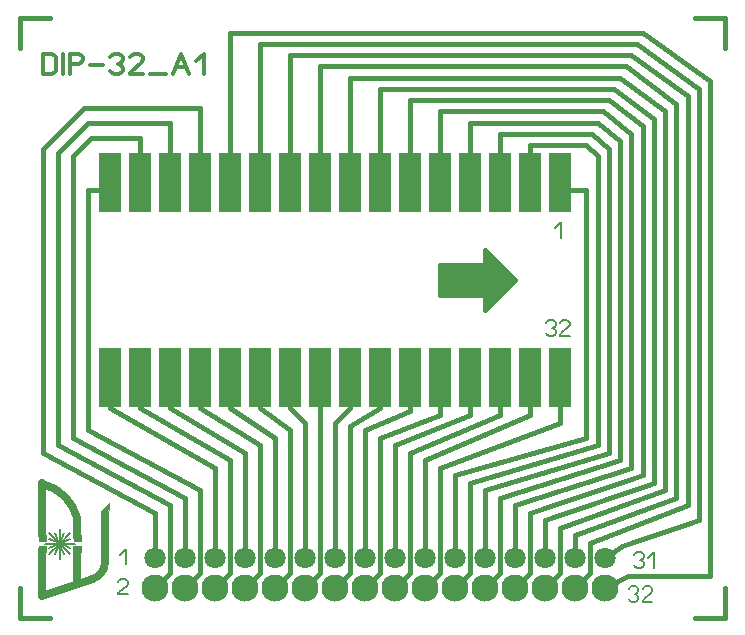
<source format=gbr>
%FSLAX32Y32*%
%MOMM*%
%LNKUPFERSEITE1*%
G71*
G01*
%ADD10C, 1.90*%
%ADD11C, 1.80*%
%ADD12C, 2.30*%
%ADD13C, 0.40*%
%ADD14C, 0.17*%
%ADD15C, 0.70*%
%ADD16C, 0.10*%
%ADD17C, 0.18*%
%ADD18C, 0.15*%
%ADD19C, 0.70*%
%ADD20C, 0.32*%
%LPD*%
X4825Y3722D02*
G54D10*
D03*
X4571Y3722D02*
G54D10*
D03*
X4317Y3722D02*
G54D10*
D03*
X4063Y3722D02*
G54D10*
D03*
X3809Y3722D02*
G54D10*
D03*
X3555Y3722D02*
G54D10*
D03*
X3301Y3722D02*
G54D10*
D03*
X3047Y3722D02*
G54D10*
D03*
X2793Y3722D02*
G54D10*
D03*
X2539Y3722D02*
G54D10*
D03*
X2285Y3722D02*
G54D10*
D03*
X2031Y3722D02*
G54D10*
D03*
X1777Y3722D02*
G54D10*
D03*
X1523Y3722D02*
G54D10*
D03*
X1269Y3722D02*
G54D10*
D03*
X1015Y3722D02*
G54D10*
D03*
X4825Y2325D02*
G54D10*
D03*
X4571Y2325D02*
G54D10*
D03*
X4317Y2325D02*
G54D10*
D03*
X4063Y2325D02*
G54D10*
D03*
X3809Y2325D02*
G54D10*
D03*
X3555Y2325D02*
G54D10*
D03*
X3301Y2325D02*
G54D10*
D03*
X3047Y2325D02*
G54D10*
D03*
X2793Y2325D02*
G54D10*
D03*
X2539Y2325D02*
G54D10*
D03*
X2285Y2325D02*
G54D10*
D03*
X2031Y2325D02*
G54D10*
D03*
X1777Y2325D02*
G54D10*
D03*
X1523Y2325D02*
G54D10*
D03*
X1269Y2325D02*
G54D10*
D03*
X1015Y2325D02*
G54D10*
D03*
X5206Y674D02*
G54D11*
D03*
X4952Y674D02*
G54D11*
D03*
X4698Y674D02*
G54D11*
D03*
X4444Y674D02*
G54D11*
D03*
X4190Y674D02*
G54D11*
D03*
X3936Y674D02*
G54D11*
D03*
X3682Y674D02*
G54D11*
D03*
X3428Y674D02*
G54D11*
D03*
X3174Y674D02*
G54D11*
D03*
X2920Y674D02*
G54D11*
D03*
X2666Y674D02*
G54D11*
D03*
X2412Y674D02*
G54D11*
D03*
X2158Y674D02*
G54D11*
D03*
X1904Y674D02*
G54D11*
D03*
X1650Y674D02*
G54D11*
D03*
X1396Y674D02*
G54D11*
D03*
X5206Y420D02*
G54D12*
D03*
X4952Y420D02*
G54D12*
D03*
X4698Y420D02*
G54D12*
D03*
X4444Y420D02*
G54D12*
D03*
X4190Y420D02*
G54D12*
D03*
X3936Y420D02*
G54D12*
D03*
X3682Y420D02*
G54D12*
D03*
X3428Y420D02*
G54D12*
D03*
X3174Y420D02*
G54D12*
D03*
X2920Y420D02*
G54D12*
D03*
X2666Y420D02*
G54D12*
D03*
X2412Y420D02*
G54D12*
D03*
X2158Y420D02*
G54D12*
D03*
X1904Y420D02*
G54D12*
D03*
X1650Y420D02*
G54D12*
D03*
X1396Y420D02*
G54D12*
D03*
G54D13*
X3174Y674D02*
X3174Y1754D01*
X3555Y1912D01*
X3555Y2008D01*
G54D13*
X2920Y420D02*
X3047Y547D01*
X3047Y1785D01*
X3301Y1944D01*
X3301Y2008D01*
G36*
X4915Y1948D02*
X4735Y1948D01*
X4735Y2448D01*
X4915Y2448D01*
X4915Y1948D01*
G37*
G36*
X4661Y1948D02*
X4481Y1948D01*
X4481Y2448D01*
X4661Y2448D01*
X4661Y1948D01*
G37*
G36*
X4407Y1948D02*
X4227Y1948D01*
X4227Y2448D01*
X4407Y2448D01*
X4407Y1948D01*
G37*
G36*
X4153Y1948D02*
X3973Y1948D01*
X3973Y2448D01*
X4153Y2448D01*
X4153Y1948D01*
G37*
G36*
X3899Y1948D02*
X3719Y1948D01*
X3719Y2448D01*
X3899Y2448D01*
X3899Y1948D01*
G37*
G36*
X3645Y1948D02*
X3465Y1948D01*
X3465Y2448D01*
X3645Y2448D01*
X3645Y1948D01*
G37*
G36*
X3391Y1948D02*
X3211Y1948D01*
X3211Y2448D01*
X3391Y2448D01*
X3391Y1948D01*
G37*
G36*
X3137Y1948D02*
X2957Y1948D01*
X2957Y2448D01*
X3137Y2448D01*
X3137Y1948D01*
G37*
G36*
X2883Y1948D02*
X2703Y1948D01*
X2703Y2448D01*
X2883Y2448D01*
X2883Y1948D01*
G37*
G36*
X2629Y1948D02*
X2449Y1948D01*
X2449Y2448D01*
X2629Y2448D01*
X2629Y1948D01*
G37*
G36*
X2375Y1948D02*
X2195Y1948D01*
X2195Y2448D01*
X2375Y2448D01*
X2375Y1948D01*
G37*
G36*
X2121Y1948D02*
X1941Y1948D01*
X1941Y2448D01*
X2121Y2448D01*
X2121Y1948D01*
G37*
G36*
X1867Y1948D02*
X1687Y1948D01*
X1687Y2448D01*
X1867Y2448D01*
X1867Y1948D01*
G37*
G36*
X1613Y1948D02*
X1433Y1948D01*
X1433Y2448D01*
X1613Y2448D01*
X1613Y1948D01*
G37*
G36*
X1359Y1948D02*
X1179Y1948D01*
X1179Y2448D01*
X1359Y2448D01*
X1359Y1948D01*
G37*
G36*
X1105Y1948D02*
X925Y1948D01*
X925Y2448D01*
X1105Y2448D01*
X1105Y1948D01*
G37*
G36*
X4915Y3599D02*
X4735Y3599D01*
X4735Y4099D01*
X4915Y4099D01*
X4915Y3599D01*
G37*
G36*
X4661Y3599D02*
X4481Y3599D01*
X4481Y4099D01*
X4661Y4099D01*
X4661Y3599D01*
G37*
G36*
X4407Y3599D02*
X4227Y3599D01*
X4227Y4099D01*
X4407Y4099D01*
X4407Y3599D01*
G37*
G36*
X4153Y3599D02*
X3973Y3599D01*
X3973Y4099D01*
X4153Y4099D01*
X4153Y3599D01*
G37*
G36*
X3899Y3599D02*
X3719Y3599D01*
X3719Y4099D01*
X3899Y4099D01*
X3899Y3599D01*
G37*
G36*
X3645Y3599D02*
X3465Y3599D01*
X3465Y4099D01*
X3645Y4099D01*
X3645Y3599D01*
G37*
G36*
X3391Y3599D02*
X3211Y3599D01*
X3211Y4099D01*
X3391Y4099D01*
X3391Y3599D01*
G37*
G36*
X3137Y3599D02*
X2957Y3599D01*
X2957Y4099D01*
X3137Y4099D01*
X3137Y3599D01*
G37*
G36*
X2883Y3599D02*
X2703Y3599D01*
X2703Y4099D01*
X2883Y4099D01*
X2883Y3599D01*
G37*
G36*
X2629Y3599D02*
X2449Y3599D01*
X2449Y4099D01*
X2629Y4099D01*
X2629Y3599D01*
G37*
G36*
X2375Y3599D02*
X2195Y3599D01*
X2195Y4099D01*
X2375Y4099D01*
X2375Y3599D01*
G37*
G36*
X2121Y3599D02*
X1941Y3599D01*
X1941Y4099D01*
X2121Y4099D01*
X2121Y3599D01*
G37*
G36*
X1867Y3599D02*
X1687Y3599D01*
X1687Y4099D01*
X1867Y4099D01*
X1867Y3599D01*
G37*
G36*
X1613Y3599D02*
X1433Y3599D01*
X1433Y4099D01*
X1613Y4099D01*
X1613Y3599D01*
G37*
G36*
X1359Y3599D02*
X1179Y3599D01*
X1179Y4099D01*
X1359Y4099D01*
X1359Y3599D01*
G37*
G36*
X1105Y3599D02*
X925Y3599D01*
X925Y4099D01*
X1105Y4099D01*
X1105Y3599D01*
G37*
G54D13*
X3174Y420D02*
X3301Y547D01*
X3301Y1690D01*
X3809Y1880D01*
X3809Y2008D01*
G54D13*
X3428Y674D02*
X3428Y1626D01*
X4063Y1880D01*
X4063Y2008D01*
G54D13*
X2920Y674D02*
X2920Y1817D01*
X3047Y1944D01*
X3047Y2008D01*
G54D13*
X2666Y420D02*
X2793Y547D01*
X2793Y1563D01*
X2793Y1817D01*
X2793Y2008D01*
G54D13*
X3428Y420D02*
X3555Y547D01*
X3555Y1563D01*
X4317Y1880D01*
X4317Y2008D01*
G54D13*
X2666Y674D02*
X2666Y1817D01*
X2539Y1944D01*
X2539Y2008D01*
G54D13*
X3682Y674D02*
X3682Y1500D01*
X4571Y1880D01*
X4571Y2008D01*
G54D13*
X3682Y420D02*
X3809Y547D01*
X3809Y1436D01*
X4825Y1817D01*
X4825Y2008D01*
G54D13*
X2412Y420D02*
X2539Y547D01*
X2539Y1754D01*
X2285Y1944D01*
X2285Y2008D01*
G54D13*
X2412Y674D02*
X2412Y1690D01*
X2031Y1944D01*
X2031Y2008D01*
G54D13*
X2158Y420D02*
X2285Y547D01*
X2285Y1626D01*
X1777Y1944D01*
X1777Y2008D01*
G54D13*
X2158Y674D02*
X2158Y1563D01*
X1523Y1944D01*
X1523Y2008D01*
G54D13*
X1904Y420D02*
X2031Y547D01*
X2031Y1500D01*
X1269Y1944D01*
X1269Y2008D01*
G54D13*
X1904Y674D02*
X1904Y1436D01*
X1015Y1944D01*
X1015Y2008D01*
G54D13*
X1650Y420D02*
X1777Y547D01*
X1777Y1246D01*
X824Y1754D01*
X824Y3786D01*
X1015Y3786D01*
G54D13*
X1650Y674D02*
X1650Y1182D01*
X698Y1690D01*
X698Y4071D01*
X856Y4230D01*
X1269Y4230D01*
X1269Y3976D01*
G54D13*
X1396Y420D02*
X1523Y547D01*
X1523Y1118D01*
X570Y1626D01*
X570Y4103D01*
X824Y4357D01*
X1523Y4357D01*
X1523Y3976D01*
G54D13*
X1396Y674D02*
X1396Y1055D01*
X444Y1563D01*
X444Y4135D01*
X793Y4484D01*
X1777Y4484D01*
X1777Y4040D01*
G54D13*
X3936Y674D02*
X3936Y1372D01*
X5047Y1690D01*
X5047Y3786D01*
X4825Y3786D01*
G54D13*
X3936Y420D02*
X4063Y547D01*
X4063Y1309D01*
X5142Y1626D01*
X5142Y4071D01*
X5047Y4166D01*
X4571Y4166D01*
X4571Y3976D01*
G54D13*
X4190Y674D02*
X4190Y1246D01*
X5238Y1563D01*
X5238Y4135D01*
X5095Y4262D01*
X4317Y4262D01*
X4317Y3912D01*
G54D13*
X4190Y420D02*
X4317Y547D01*
X4317Y1182D01*
X5333Y1500D01*
X5333Y4198D01*
X5142Y4357D01*
X4063Y4357D01*
X4063Y3912D01*
G54D13*
X4444Y674D02*
X4444Y1118D01*
X5428Y1436D01*
X5428Y4262D01*
X5190Y4452D01*
X3809Y4452D01*
X3809Y4040D01*
G54D13*
X4444Y420D02*
X4571Y547D01*
X4571Y1055D01*
X5524Y1372D01*
X5524Y4325D01*
X5238Y4548D01*
X3555Y4548D01*
X3555Y3976D01*
G54D13*
X4698Y674D02*
X4698Y992D01*
X5619Y1309D01*
X5619Y4389D01*
X5285Y4643D01*
X3301Y4643D01*
X3301Y3976D01*
G54D13*
X4698Y420D02*
X4825Y547D01*
X4825Y928D01*
X5714Y1246D01*
X5714Y4452D01*
X5333Y4738D01*
X3047Y4738D01*
X3047Y4040D01*
G54D13*
X4952Y674D02*
X4952Y864D01*
X5809Y1182D01*
X5809Y4516D01*
X5381Y4833D01*
X2793Y4833D01*
X2793Y4040D01*
G54D13*
X4952Y420D02*
X5079Y547D01*
X5079Y801D01*
X5904Y1118D01*
X5904Y4579D01*
X5428Y4928D01*
X2539Y4928D01*
X2539Y4040D01*
G54D13*
X5206Y674D02*
X5349Y769D01*
X6000Y992D01*
X6000Y4643D01*
X5476Y5024D01*
X2285Y5024D01*
X2285Y4040D01*
G54D13*
X5206Y420D02*
X5396Y515D01*
X6095Y515D01*
X6095Y4706D01*
X5524Y5119D01*
X2031Y5119D01*
X2031Y4040D01*
G54D14*
X5453Y692D02*
X5463Y708D01*
X5483Y717D01*
X5503Y717D01*
X5523Y708D01*
X5533Y692D01*
X5533Y675D01*
X5523Y658D01*
X5503Y650D01*
X5523Y642D01*
X5533Y625D01*
X5533Y608D01*
X5523Y592D01*
X5503Y584D01*
X5483Y584D01*
X5463Y592D01*
X5453Y608D01*
G54D14*
X5570Y667D02*
X5620Y717D01*
X5620Y584D01*
G54D14*
X5406Y406D02*
X5416Y423D01*
X5436Y431D01*
X5456Y431D01*
X5476Y423D01*
X5486Y406D01*
X5486Y389D01*
X5476Y373D01*
X5456Y364D01*
X5476Y356D01*
X5486Y339D01*
X5486Y323D01*
X5476Y306D01*
X5456Y298D01*
X5436Y298D01*
X5416Y306D01*
X5406Y323D01*
G54D14*
X5604Y298D02*
X5524Y298D01*
X5524Y306D01*
X5534Y323D01*
X5594Y373D01*
X5604Y389D01*
X5604Y406D01*
X5594Y423D01*
X5574Y431D01*
X5554Y431D01*
X5534Y423D01*
X5524Y406D01*
G54D14*
X1098Y699D02*
X1148Y749D01*
X1148Y615D01*
G54D14*
X1164Y361D02*
X1084Y361D01*
X1084Y370D01*
X1094Y386D01*
X1154Y436D01*
X1164Y453D01*
X1164Y470D01*
X1154Y486D01*
X1134Y495D01*
X1114Y495D01*
X1094Y486D01*
X1084Y470D01*
G54D14*
X4782Y3461D02*
X4832Y3511D01*
X4832Y3378D01*
G54D14*
X4708Y2660D02*
X4718Y2677D01*
X4738Y2685D01*
X4758Y2685D01*
X4778Y2677D01*
X4788Y2660D01*
X4788Y2644D01*
X4778Y2627D01*
X4758Y2619D01*
X4778Y2610D01*
X4788Y2594D01*
X4788Y2577D01*
X4778Y2560D01*
X4758Y2552D01*
X4738Y2552D01*
X4718Y2560D01*
X4708Y2577D01*
G54D14*
X4905Y2552D02*
X4825Y2552D01*
X4825Y2560D01*
X4835Y2577D01*
X4895Y2627D01*
X4905Y2644D01*
X4905Y2660D01*
X4895Y2677D01*
X4875Y2685D01*
X4855Y2685D01*
X4835Y2677D01*
X4825Y2660D01*
G54D15*
X441Y1303D02*
X441Y862D01*
G54D15*
G75*
G01X735Y1010D02*
G03X450Y1295I-389J-104D01*
G01*
G54D15*
X735Y1009D02*
X735Y858D01*
G54D15*
X441Y350D02*
X870Y493D01*
G54D15*
G75*
G01X861Y491D02*
G03X972Y636I-39J145D01*
G01*
G54D15*
X972Y1015D02*
X972Y626D01*
G36*
X1001Y1011D02*
X1002Y1138D01*
X941Y1065D01*
X942Y1012D01*
X1001Y1011D01*
G37*
G54D16*
X1001Y1011D02*
X1002Y1138D01*
X941Y1065D01*
X942Y1012D01*
X1001Y1011D01*
G54D17*
X462Y791D02*
X589Y791D01*
X716Y791D01*
G54D17*
X589Y791D02*
X589Y918D01*
G54D17*
X589Y791D02*
X589Y664D01*
G54D17*
X589Y792D02*
X679Y882D01*
G54D17*
X589Y792D02*
X500Y702D01*
G54D17*
X589Y792D02*
X500Y882D01*
G54D17*
X589Y792D02*
X679Y702D01*
G54D18*
X587Y793D02*
X551Y705D01*
G54D18*
X587Y793D02*
X624Y881D01*
G54D18*
X587Y793D02*
X499Y829D01*
G54D18*
X587Y793D02*
X675Y756D01*
G54D18*
X586Y791D02*
X622Y703D01*
G54D18*
X586Y791D02*
X549Y879D01*
G54D18*
X586Y791D02*
X498Y754D01*
G54D18*
X586Y791D02*
X674Y827D01*
G54D15*
X735Y454D02*
X735Y731D01*
G36*
X765Y718D02*
X766Y772D01*
X705Y772D01*
X706Y720D01*
X765Y718D01*
G37*
G54D16*
X765Y718D02*
X766Y772D01*
X705Y772D01*
X706Y720D01*
X765Y718D01*
G36*
X765Y813D02*
X766Y867D01*
X705Y867D01*
X706Y815D01*
X765Y813D01*
G37*
G54D16*
X765Y813D02*
X766Y867D01*
X705Y867D01*
X706Y815D01*
X765Y813D01*
X589Y789D02*
G54D19*
D03*
G54D15*
X441Y358D02*
X441Y735D01*
G36*
X471Y718D02*
X472Y772D01*
X411Y772D01*
X412Y720D01*
X471Y718D01*
G37*
G54D16*
X471Y718D02*
X472Y772D01*
X411Y772D01*
X412Y720D01*
X471Y718D01*
G36*
X471Y813D02*
X472Y867D01*
X411Y867D01*
X412Y815D01*
X471Y813D01*
G37*
G54D16*
X471Y813D02*
X472Y867D01*
X411Y867D01*
X412Y815D01*
X471Y813D01*
G54D20*
X447Y4764D02*
X447Y4941D01*
X514Y4941D01*
X540Y4930D01*
X554Y4908D01*
X554Y4797D01*
X540Y4775D01*
X514Y4764D01*
X447Y4764D01*
G54D20*
X616Y4764D02*
X616Y4941D01*
G54D20*
X678Y4764D02*
X678Y4941D01*
X745Y4941D01*
X771Y4930D01*
X785Y4908D01*
X785Y4886D01*
X771Y4864D01*
X745Y4852D01*
X678Y4852D01*
G54D20*
X847Y4841D02*
X954Y4841D01*
G54D20*
X1016Y4908D02*
X1029Y4930D01*
X1056Y4941D01*
X1083Y4941D01*
X1109Y4930D01*
X1123Y4908D01*
X1123Y4886D01*
X1109Y4864D01*
X1083Y4852D01*
X1109Y4841D01*
X1123Y4819D01*
X1123Y4797D01*
X1109Y4775D01*
X1083Y4764D01*
X1056Y4764D01*
X1029Y4775D01*
X1016Y4797D01*
G54D20*
X1292Y4764D02*
X1185Y4764D01*
X1185Y4775D01*
X1198Y4797D01*
X1278Y4864D01*
X1292Y4886D01*
X1292Y4908D01*
X1278Y4930D01*
X1252Y4941D01*
X1225Y4941D01*
X1198Y4930D01*
X1185Y4908D01*
G54D20*
X1354Y4764D02*
X1487Y4764D01*
G54D20*
X1549Y4764D02*
X1616Y4941D01*
X1682Y4764D01*
G54D20*
X1576Y4830D02*
X1656Y4830D01*
G54D20*
X1744Y4875D02*
X1811Y4941D01*
X1811Y4764D01*
G54D13*
X507Y166D02*
X253Y166D01*
X253Y420D01*
G54D13*
X507Y5246D02*
X253Y5246D01*
X253Y4992D01*
G54D13*
X6222Y4992D02*
X6222Y5246D01*
X5968Y5246D01*
G54D13*
X6222Y420D02*
X6222Y166D01*
X5968Y166D01*
G54D13*
X4444Y3024D02*
X4190Y3278D01*
X4190Y3150D01*
X3809Y3150D01*
X3809Y2896D01*
X4190Y2896D01*
X4190Y2770D01*
X4444Y3024D01*
G36*
X4190Y3278D02*
X4190Y3150D01*
X3809Y3150D01*
X3809Y2896D01*
X4190Y2896D01*
X4190Y2770D01*
X4444Y3024D01*
X4190Y3278D01*
G37*
G54D13*
X4190Y3278D02*
X4190Y3150D01*
X3809Y3150D01*
X3809Y2896D01*
X4190Y2896D01*
X4190Y2770D01*
X4444Y3024D01*
X4190Y3278D01*
M02*

</source>
